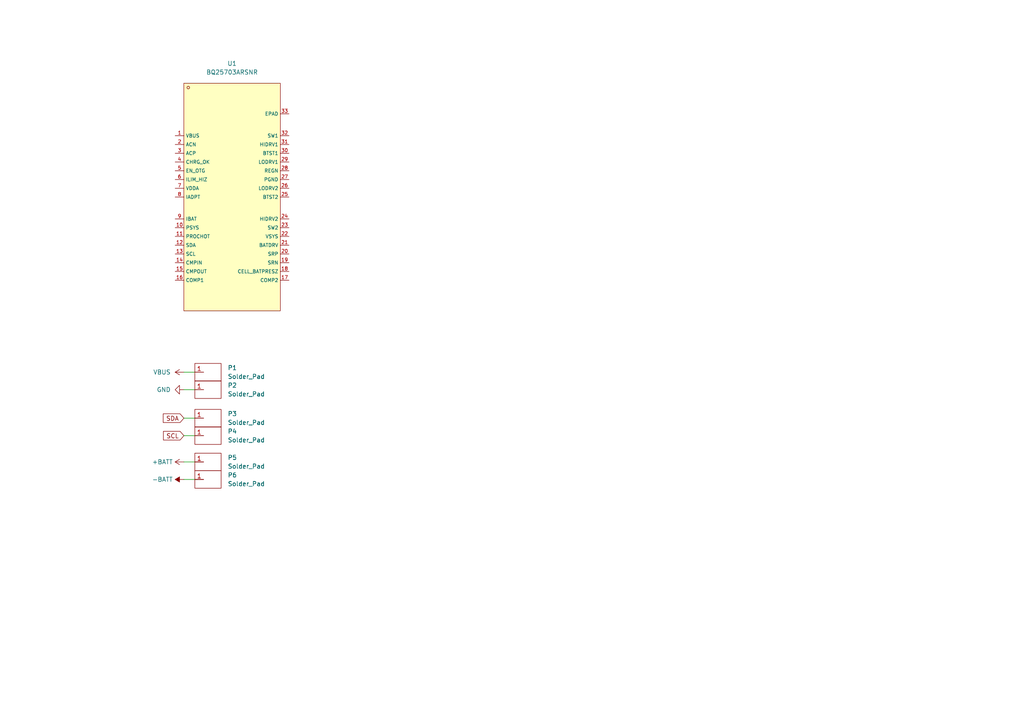
<source format=kicad_sch>
(kicad_sch (version 20230121) (generator eeschema)
  (paper "A4")
  (lib_symbols
    (symbol "MyParts:BQ25703ARSNR"
      (property "Reference" "U" (at 0 1.27 0))
      (property "Value" "BQ25703ARSNR" (at 0 -2.54 0))
      (symbol "BQ25703ARSNR_0_0"
        (rectangle (start 0 -12.7) (end 27.94 -78.74) (fill (type background)))
        (circle (center 1.27 -13.97) (radius 0.381) (fill (type background)))
        (pin unspecified line (at -2.54 -27.94 0) (length 2.54) (name "VBUS") (number "1"))
        (pin unspecified line (at -2.54 -54.61 0) (length 2.54) (name "PSYS") (number "10"))
        (pin unspecified line (at -2.54 -57.15 0) (length 2.54) (name "PROCHOT") (number "11"))
        (pin unspecified line (at -2.54 -59.69 0) (length 2.54) (name "SDA") (number "12"))
        (pin unspecified line (at -2.54 -62.23 0) (length 2.54) (name "SCL") (number "13"))
        (pin unspecified line (at -2.54 -64.77 0) (length 2.54) (name "CMPIN") (number "14"))
        (pin unspecified line (at -2.54 -67.31 0) (length 2.54) (name "CMPOUT") (number "15"))
        (pin unspecified line (at -2.54 -69.85 0) (length 2.54) (name "COMP1") (number "16"))
        (pin unspecified line (at 30.48 -69.85 180) (length 2.54) (name "COMP2") (number "17"))
        (pin unspecified line (at 30.48 -67.31 180) (length 2.54) (name "CELL_BATPRESZ") (number "18"))
        (pin unspecified line (at 30.48 -64.77 180) (length 2.54) (name "SRN") (number "19"))
        (pin unspecified line (at -2.54 -30.48 0) (length 2.54) (name "ACN") (number "2"))
        (pin unspecified line (at 30.48 -62.23 180) (length 2.54) (name "SRP") (number "20"))
        (pin unspecified line (at 30.48 -59.69 180) (length 2.54) (name "BATDRV") (number "21"))
        (pin unspecified line (at 30.48 -57.15 180) (length 2.54) (name "VSYS") (number "22"))
        (pin unspecified line (at 30.48 -54.61 180) (length 2.54) (name "SW2") (number "23"))
        (pin unspecified line (at 30.48 -52.07 180) (length 2.54) (name "HIDRV2") (number "24"))
        (pin unspecified line (at 30.48 -45.72 180) (length 2.54) (name "BTST2") (number "25"))
        (pin unspecified line (at 30.48 -43.18 180) (length 2.54) (name "LODRV2") (number "26"))
        (pin unspecified line (at 30.48 -40.64 180) (length 2.54) (name "PGND") (number "27"))
        (pin unspecified line (at 30.48 -38.1 180) (length 2.54) (name "REGN") (number "28"))
        (pin unspecified line (at 30.48 -35.56 180) (length 2.54) (name "LODRV1") (number "29"))
        (pin unspecified line (at -2.54 -33.02 0) (length 2.54) (name "ACP") (number "3"))
        (pin unspecified line (at 30.48 -33.02 180) (length 2.54) (name "BTST1") (number "30"))
        (pin unspecified line (at 30.48 -30.48 180) (length 2.54) (name "HIDRV1") (number "31"))
        (pin unspecified line (at 30.48 -27.94 180) (length 2.54) (name "SW1") (number "32"))
        (pin unspecified line (at 30.48 -21.59 180) (length 2.54) (name "EPAD") (number "33"))
        (pin unspecified line (at -2.54 -35.56 0) (length 2.54) (name "CHRG_OK") (number "4"))
        (pin unspecified line (at -2.54 -38.1 0) (length 2.54) (name "EN_OTG") (number "5"))
        (pin unspecified line (at -2.54 -40.64 0) (length 2.54) (name "ILIM_HIZ") (number "6"))
        (pin unspecified line (at -2.54 -43.18 0) (length 2.54) (name "VDDA") (number "7"))
        (pin unspecified line (at -2.54 -45.72 0) (length 2.54) (name "IADPT") (number "8"))
        (pin unspecified line (at -2.54 -52.07 0) (length 2.54) (name "IBAT") (number "9"))
      )
    )
    (symbol "MyParts:Solder_Pad" (in_bom no)
      (property "Reference" "P" (at 0 3.81 0))
      (property "Value" "Solder_Pad" (at 0 -2.54 0))
      (symbol "Solder_Pad_0_1"
        (rectangle (start 0 2.54) (end 7.62 -2.54) (stroke (width 0.1524)))
      )
      (symbol "Solder_Pad_1_1"
        (pin bidirectional line (at 0 0 0) (length 2.54) (name "") (number "1"))
      )
    )
    (symbol "power:+BATT" (power) (pin_names (offset 0))
      (property "Value" "+BATT" (at 0 3.556 0))
      (symbol "+BATT_0_1"
        (polyline (pts (xy -0.762 1.27) (xy 0 2.54)))
        (polyline (pts (xy 0 0) (xy 0 2.54)))
        (polyline (pts (xy 0 2.54) (xy 0.762 1.27)))
      )
      (symbol "+BATT_1_1"
        (pin power_in line (at 0 0 90) (length 0) hide (name "+BATT") (number "1"))
      )
    )
    (symbol "power:-BATT" (power) (pin_names (offset 0))
      (property "Value" "-BATT" (at 0 3.556 0))
      (symbol "-BATT_0_1"
        (polyline (pts (xy 0 0) (xy 0 2.54)))
        (polyline (pts (xy 0.762 1.27) (xy -0.762 1.27) (xy 0 2.54) (xy 0.762 1.27)) (fill (type outline)))
      )
      (symbol "-BATT_1_1"
        (pin power_in line (at 0 0 90) (length 0) hide (name "-BATT") (number "1"))
      )
    )
    (symbol "power:GND" (power) (pin_names (offset 0))
      (property "Value" "GND" (at 0 -3.81 0))
      (symbol "GND_0_1"
        (polyline (pts (xy 0 0) (xy 0 -1.27) (xy 1.27 -1.27) (xy 0 -2.54) (xy -1.27 -1.27) (xy 0 -1.27)))
      )
      (symbol "GND_1_1"
        (pin power_in line (at 0 0 270) (length 0) hide (name "GND") (number "1"))
      )
    )
    (symbol "power:VBUS" (power) (pin_names (offset 0))
      (property "Value" "VBUS" (at 0 3.81 0))
      (symbol "VBUS_0_1"
        (polyline (pts (xy -0.762 1.27) (xy 0 2.54)))
        (polyline (pts (xy 0 0) (xy 0 2.54)))
        (polyline (pts (xy 0 2.54) (xy 0.762 1.27)))
      )
      (symbol "VBUS_1_1"
        (pin power_in line (at 0 0 90) (length 0) hide (name "VBUS") (number "1"))
      )
    )
  )
  (wire (pts (xy 53.34 113.03) (xy 56.515 113.03)))
  (wire (pts (xy 53.34 126.365) (xy 56.515 126.365)))
  (wire (pts (xy 53.34 139.065) (xy 56.515 139.065)))
  (wire (pts (xy 53.34 121.285) (xy 56.515 121.285)))
  (wire (pts (xy 53.34 107.95) (xy 56.515 107.95)))
  (wire (pts (xy 53.34 133.985) (xy 56.515 133.985)))
  (global_label "SDA" (shape input) (at 53.34 121.285 180) (property "Intersheetrefs" "${INTERSHEET_REFS}" (effects hide)))
  (global_label "SCL" (shape input) (at 53.34 126.365 180) (property "Intersheetrefs" "${INTERSHEET_REFS}" (effects hide)))
  (symbol (lib_id "power:+BATT") (at 53.34 133.985 90) (unit 1)
    (property "Reference" "#PWR03" (effects hide))
    (property "Value" "+BATT" (at 50.165 133.9849 90) (effects (justify left)))
  )
  (symbol (lib_id "MyParts:BQ25703ARSNR") (at 53.34 11.43 0) (unit 1)
    (property "Reference" "U1" (at 67.31 18.415 0))
    (property "Value" "BQ25703ARSNR" (at 67.31 20.955 0))
    (property "Footprint" "footprint:VQFN-32_L4.0-W4.0-P0.40-TL-EP" (effects hide))
    (property "Datasheet" "https://item.szlcsc.com/80462.html" (effects hide))
    (property "LCSC" "C188229" (effects hide))
  )
  (symbol (lib_id "MyParts:Solder_Pad") (at 56.515 139.065 0) (unit 1) (in_bom no)
    (property "Reference" "P6" (at 66.04 137.7949 0) (effects (justify left)))
    (property "Value" "Solder_Pad" (at 66.04 140.3349 0) (effects (justify left)))
    (property "Footprint" "footprint:Solder pad" (effects hide))
  )
  (symbol (lib_id "MyParts:Solder_Pad") (at 56.515 121.285 0) (unit 1) (in_bom no)
    (property "Reference" "P3" (at 66.04 120.0149 0) (effects (justify left)))
    (property "Value" "Solder_Pad" (at 66.04 122.5549 0) (effects (justify left)))
    (property "Footprint" "footprint:Solder pad" (effects hide))
  )
  (symbol (lib_id "MyParts:Solder_Pad") (at 56.515 126.365 0) (unit 1) (in_bom no)
    (property "Reference" "P4" (at 66.04 125.0949 0) (effects (justify left)))
    (property "Value" "Solder_Pad" (at 66.04 127.6349 0) (effects (justify left)))
    (property "Footprint" "footprint:Solder pad" (effects hide))
  )
  (symbol (lib_id "power:-BATT") (at 53.34 139.065 90) (unit 1)
    (property "Reference" "#PWR04" (effects hide))
    (property "Value" "-BATT" (at 50.165 139.0649 90) (effects (justify left)))
  )
  (symbol (lib_id "power:GND") (at 53.34 113.03 270) (unit 1)
    (property "Reference" "#PWR02" (effects hide))
    (property "Value" "GND" (at 49.53 113.0299 90) (effects (justify right)))
  )
  (symbol (lib_id "MyParts:Solder_Pad") (at 56.515 113.03 0) (unit 1) (in_bom no)
    (property "Reference" "P2" (at 66.04 111.7599 0) (effects (justify left)))
    (property "Value" "Solder_Pad" (at 66.04 114.2999 0) (effects (justify left)))
    (property "Footprint" "footprint:Solder pad" (effects hide))
  )
  (symbol (lib_id "MyParts:Solder_Pad") (at 56.515 107.95 0) (unit 1) (in_bom no)
    (property "Reference" "P1" (at 66.04 106.6799 0) (effects (justify left)))
    (property "Value" "Solder_Pad" (at 66.04 109.2199 0) (effects (justify left)))
    (property "Footprint" "footprint:Solder pad" (effects hide))
  )
  (symbol (lib_id "MyParts:Solder_Pad") (at 56.515 133.985 0) (unit 1) (in_bom no)
    (property "Reference" "P5" (at 66.04 132.7149 0) (effects (justify left)))
    (property "Value" "Solder_Pad" (at 66.04 135.2549 0) (effects (justify left)))
    (property "Footprint" "footprint:Solder pad" (effects hide))
  )
  (symbol (lib_id "power:VBUS") (at 53.34 107.95 90) (unit 1)
    (property "Reference" "#PWR01" (effects hide))
    (property "Value" "VBUS" (at 49.53 107.9499 90) (effects (justify left)))
  )
)
</source>
